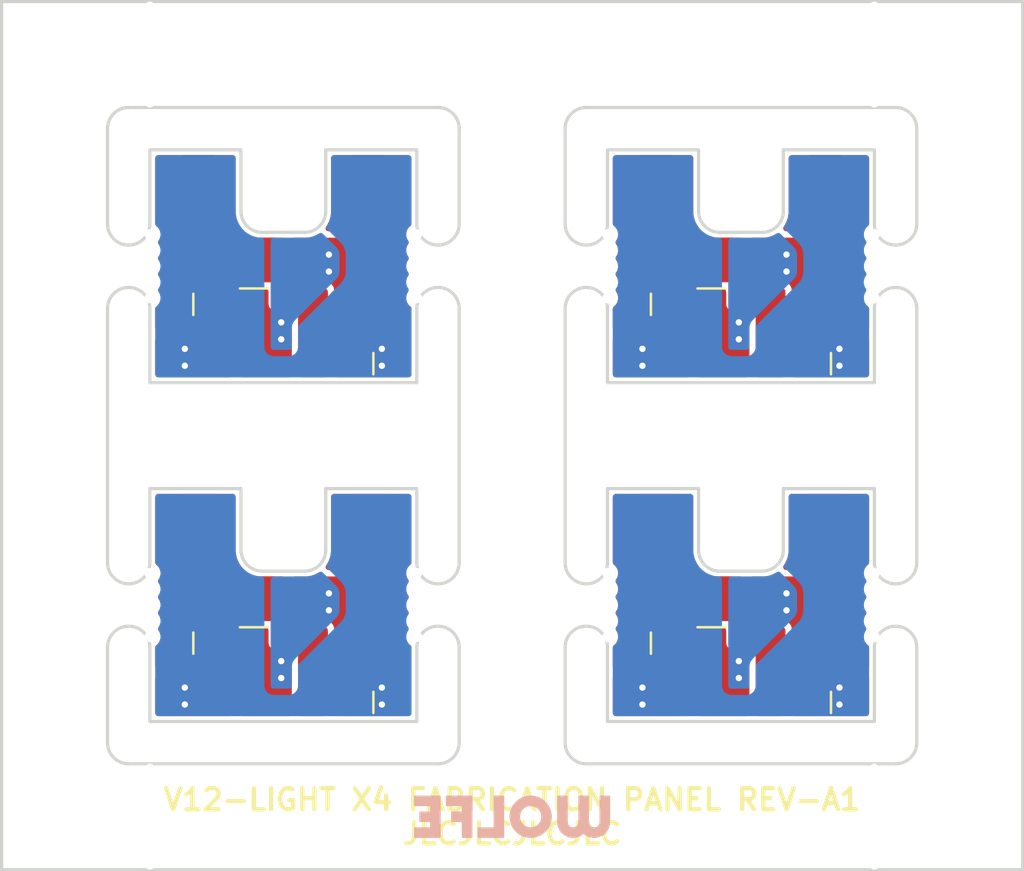
<source format=kicad_pcb>
(kicad_pcb (version 20221018) (generator pcbnew)
  (layers (0 "F.Cu" signal) (31 "B.Cu" signal) (34 "B.Paste" user) (35 "F.Paste" user) (36 "B.SilkS" user "B.Silkscreen") (37 "F.SilkS" user "F.Silkscreen") (38 "B.Mask" user) (39 "F.Mask" user) (44 "Edge.Cuts" user))
  (net 0 "")
  (net 1 "/PIN_A")
  (net 2 "Net-(D1-K)")
  (net 3 "Net-(D2-K)")
  (net 4 "/PIN_B")
  (net 5 "Net-(D1-A)")
  (footprint "Slonket_Mechanical:JLCPCB_Tooling_Hole" (layer "F.Cu") (at 128.1 111.95)
    (fp_text reference "REF**" hide)
    (fp_text value "JLCPCB_Tooling_Hole" hide)
  )
  (footprint "Slonket_Footprints:D_SOD-123F" (layer "F.Cu") (at 164 89.15 90)
    (fp_text reference "D3" hide)
    (fp_text value "SM4007PL" hide)
  )
  (footprint "Slonket_Mechanical:Mousebites_Tab_2mm_2mm" (layer "F.Cu") (at 131.600036 101.950001 90)
    (fp_text reference "REF**" hide)
    (fp_text value "Mousebites_Tab_2mm_2mm" hide)
    (fp_arc (start -2.000036 -1.000001) (mid -1.000018 -0.000002) (end -2.000036 0.999997) (stroke (width 0.15)) (layer "Edge.Cuts"))
    (fp_arc (start 2 0.999998) (mid 0.999982 0) (end 2 -1) (stroke (width 0.15)) (layer "Edge.Cuts"))
  )
  (footprint "Slonket_Footprints:R_1206" (layer "F.Cu") (at 136.45 85.8)
    (fp_text reference "R1" hide)
    (fp_text value "270" hide)
  )
  (footprint "Slonket_Footprints:R_1206" (layer "F.Cu") (at 136.45 101.8)
    (fp_text reference "R1" hide)
    (fp_text value "270" hide)
  )
  (footprint "Slonket_Footprints:J_Pad_1_Lego" (layer "F.Cu") (at 164.5 98.45 180)
    (fp_text reference "J2" hide)
    (fp_text value "PIN_B" hide)
  )
  (footprint "Slonket_Footprints:D_LED_4040" (layer "F.Cu") (at 138.9 105.4 180)
    (fp_text reference "D2" hide)
    (fp_text value "GREEN" hide)
  )
  (footprint "Slonket_Mechanical:Mousebites_Break_5mm" (layer "F.Cu") (at 166.8 75.95 90)
    (fp_text reference "REF**" hide)
    (fp_text value "Mousebites_Break_5mm" hide)
  )
  (footprint "Slonket_Footprints:J_Pad_1_Lego" (layer "F.Cu") (at 156.5 82.45 180)
    (fp_text reference "J1" hide)
    (fp_text value "PIN_A" hide)
  )
  (footprint "Slonket_Footprints:R_1206" (layer "F.Cu") (at 158.05 85.8)
    (fp_text reference "R1" hide)
    (fp_text value "270" hide)
  )
  (footprint "Slonket_Mechanical:JLCPCB_Tooling_Hole" (layer "F.Cu") (at 171.3 111.95)
    (fp_text reference "REF**" hide)
    (fp_text value "JLCPCB_Tooling_Hole" hide)
  )
  (footprint "Slonket_Mechanical:Mousebites_Tab_2mm_2mm" (layer "F.Cu") (at 153.200035 85.950038 90)
    (fp_text reference "REF**" hide)
    (fp_text value "Mousebites_Tab_2mm_2mm" hide)
    (fp_arc (start -2.000036 -1.000001) (mid -1.000018 -0.000002) (end -2.000036 0.999997) (stroke (width 0.15)) (layer "Edge.Cuts"))
    (fp_arc (start 2 0.999998) (mid 0.999982 0) (end 2 -1) (stroke (width 0.15)) (layer "Edge.Cuts"))
  )
  (footprint "Slonket_Footprints:D_SOD-123F" (layer "F.Cu") (at 157 89.15 -90)
    (fp_text reference "D1" hide)
    (fp_text value "SM4007PL" hide)
  )
  (footprint "Slonket_Footprints:R_1206" (layer "F.Cu") (at 158.05 101.8)
    (fp_text reference "R1" hide)
    (fp_text value "270" hide)
  )
  (footprint "Slonket_Footprints:D_SOD-123F" (layer "F.Cu") (at 157 105.15 -90)
    (fp_text reference "D1" hide)
    (fp_text value "SM4007PL" hide)
  )
  (footprint "Slonket_Footprints:J_Pad_1_Lego" (layer "F.Cu") (at 156.5 98.45 180)
    (fp_text reference "J1" hide)
    (fp_text value "PIN_A" hide)
  )
  (footprint "Slonket_Mechanical:Mousebites_Tab_2mm_2mm" (layer "F.Cu") (at 167.8 101.95 -90)
    (fp_text reference "REF**" hide)
    (fp_text value "Mousebites_Tab_2mm_2mm" hide)
    (fp_arc (start -2.000036 -1.000001) (mid -1.000018 -0.000002) (end -2.000036 0.999997) (stroke (width 0.15)) (layer "Edge.Cuts"))
    (fp_arc (start 2 0.999998) (mid 0.999982 0) (end 2 -1) (stroke (width 0.15)) (layer "Edge.Cuts"))
  )
  (footprint "Slonket_Mechanical:Mousebites_Break_5mm" (layer "F.Cu") (at 132.6 111.95 90)
    (fp_text reference "REF**" hide)
    (fp_text value "Mousebites_Break_5mm" hide)
  )
  (footprint "Slonket_Footprints:J_Pad_1_Lego" (layer "F.Cu") (at 142.9 82.45 180)
    (fp_text reference "J2" hide)
    (fp_text value "PIN_B" hide)
  )
  (footprint "Slonket_Footprints:R_1206" (layer "F.Cu") (at 162.95 85.8)
    (fp_text reference "R2" hide)
    (fp_text value "270" hide)
  )
  (footprint "Slonket_Footprints:D_LED_4040" (layer "F.Cu") (at 160.5 89.4 180)
    (fp_text reference "D2" hide)
    (fp_text value "GREEN" hide)
  )
  (footprint "Slonket_Footprints:J_Pad_1_Lego" (layer "F.Cu") (at 142.9 98.45 180)
    (fp_text reference "J2" hide)
    (fp_text value "PIN_B" hide)
  )
  (footprint "Slonket_Footprints:D_LED_4040" (layer "F.Cu") (at 138.9 89.4 180)
    (fp_text reference "D2" hide)
    (fp_text value "GREEN" hide)
  )
  (footprint "Slonket_Footprints:R_1206" (layer "F.Cu") (at 162.95 101.8)
    (fp_text reference "R2" hide)
    (fp_text value "270" hide)
  )
  (footprint "Slonket_Mechanical:Mousebites_Tab_2mm_2mm" (layer "F.Cu") (at 167.800035 85.950038 -90)
    (fp_text reference "REF**" hide)
    (fp_text value "Mousebites_Tab_2mm_2mm" hide)
    (fp_arc (start -2.000036 -1.000001) (mid -1.000018 -0.000002) (end -2.000036 0.999997) (stroke (width 0.15)) (layer "Edge.Cuts"))
    (fp_arc (start 2 0.999998) (mid 0.999982 0) (end 2 -1) (stroke (width 0.15)) (layer "Edge.Cuts"))
  )
  (footprint "Slonket_Footprints:J_Pad_1_Lego" (layer "F.Cu") (at 164.5 82.45 180)
    (fp_text reference "J2" hide)
    (fp_text value "PIN_B" hide)
  )
  (footprint "Slonket_Footprints:D_SOD-123F" (layer "F.Cu") (at 142.4 105.15 90)
    (fp_text reference "D3" hide)
    (fp_text value "SM4007PL" hide)
  )
  (footprint "Slonket_Footprints:J_Pad_1_Lego" (layer "F.Cu") (at 134.9 82.45 180)
    (fp_text reference "J1" hide)
    (fp_text value "PIN_A" hide)
  )
  (footprint "Slonket_Footprints:D_SOD-123F" (layer "F.Cu") (at 142.4 89.15 90)
    (fp_text reference "D3" hide)
    (fp_text value "SM4007PL" hide)
  )
  (footprint "Slonket_Footprints:D_LED_4040" (layer "F.Cu") (at 160.5 105.4 180)
    (fp_text reference "D2" hide)
    (fp_text value "GREEN" hide)
  )
  (footprint "Slonket_Footprints:R_1206" (layer "F.Cu") (at 141.35 85.8)
    (fp_text reference "R2" hide)
    (fp_text value "270" hide)
  )
  (footprint "Slonket_Footprints:J_Pad_1_Lego" (layer "F.Cu") (at 134.9 98.45 180)
    (fp_text reference "J1" hide)
    (fp_text value "PIN_A" hide)
  )
  (footprint "Slonket_Footprints:D_SOD-123F" (layer "F.Cu") (at 135.4 105.15 -90)
    (fp_text reference "D1" hide)
    (fp_text value "SM4007PL" hide)
  )
  (footprint "Slonket_Mechanical:Mousebites_Tab_2mm_2mm" (layer "F.Cu") (at 146.200036 85.950001 -90)
    (fp_text reference "REF**" hide)
    (fp_text value "Mousebites_Tab_2mm_2mm" hide)
    (fp_arc (start -2.000036 -1.000001) (mid -1.000018 -0.000002) (end -2.000036 0.999997) (stroke (width 0.15)) (layer "Edge.Cuts"))
    (fp_arc (start 2 0.999998) (mid 0.999982 0) (end 2 -1) (stroke (width 0.15)) (layer "Edge.Cuts"))
  )
  (footprint "Slonket_Footprints:R_1206" (layer "F.Cu") (at 141.35 101.8)
    (fp_text reference "R2" hide)
    (fp_text value "270" hide)
  )
  (footprint "Slonket_Mechanical:Mousebites_Tab_2mm_2mm" (layer "F.Cu") (at 131.600036 85.950001 90)
    (fp_text reference "REF**" hide)
    (fp_text value "Mousebites_Tab_2mm_2mm" hide)
    (fp_arc (start -2.000036 -1.000001) (mid -1.000018 -0.000002) (end -2.000036 0.999997) (stroke (width 0.15)) (layer "Edge.Cuts"))
    (fp_arc (start 2 0.999998) (mid 0.999982 0) (end 2 -1) (stroke (width 0.15)) (layer "Edge.Cuts"))
  )
  (footprint "Slonket_Mechanical:Mousebites_Break_5mm" (layer "F.Cu") (at 166.8 111.95 90)
    (fp_text reference "REF**" hide)
    (fp_text value "Mousebites_Break_5mm" hide)
  )
  (footprint "Slonket_Mechanical:JLCPCB_Tooling_Hole" (layer "F.Cu") (at 149.7 75.95)
    (fp_text reference "REF**" hide)
    (fp_text value "JLCPCB_Tooling_Hole" hide)
  )
  (footprint "Slonket_Footprints:D_SOD-123F" (layer "F.Cu") (at 135.4 89.15 -90)
    (fp_text reference "D1" hide)
    (fp_text value "SM4007PL" hide)
  )
  (footprint "Slonket_Mechanical:Mousebites_Tab_2mm_2mm" (layer "F.Cu") (at 146.200036 101.950001 -90)
    (fp_text reference "REF**" hide)
    (fp_text value "Mousebites_Tab_2mm_2mm" hide)
    (fp_arc (start -2.000036 -1.000001) (mid -1.000018 -0.000002) (end -2.000036 0.999997) (stroke (width 0.15)) (layer "Edge.Cuts"))
    (fp_arc (start 2 0.999998) (mid 0.999982 0) (end 2 -1) (stroke (width 0.15)) (layer "Edge.Cuts"))
  )
  (footprint "Slonket_Footprints:D_SOD-123F" (layer "F.Cu") (at 164 105.15 90)
    (fp_text reference "D3" hide)
    (fp_text value "SM4007PL" hide)
  )
  (footprint "Slonket_Mechanical:Mousebites_Tab_2mm_2mm" (layer "F.Cu") (at 153.2 101.95 90)
    (fp_text reference "REF**" hide)
    (fp_text value "Mousebites_Tab_2mm_2mm" hide)
    (fp_arc (start -2.000036 -1.000001) (mid -1.000018 -0.000002) (end -2.000036 0.999997) (stroke (width 0.15)) (layer "Edge.Cuts"))
    (fp_arc (start 2 0.999998) (mid 0.999982 0) (end 2 -1) (stroke (width 0.15)) (layer "Edge.Cuts"))
  )
  (footprint "Slonket_Mechanical:Mousebites_Break_5mm" (layer "F.Cu") (at 132.6 75.95 90)
    (fp_text reference "REF**" hide)
    (fp_text value "Mousebites_Break_5mm" hide)
  )
  (footprint "Slonket_Footprints:Logo_WOLFE_2mm" (layer "B.Cu") (at 149.7 111.95 180)
    (fp_text reference "REF**" hide)
    (fp_text value "Logo_WOLFE_2mm" hide)
  )
  (gr_line locked (start 132.600036 80.450001) (end 132.600034 83.950001) (stroke (width 0.15)) (layer "Edge.Cuts"))
  (gr_line locked (start 154.200035 91.450038) (end 154.200032 87.950074) (stroke (width 0.15)) (layer "Edge.Cuts"))
  (gr_arc locked (start 137.900036 100.350001) (mid 137.192911 100.057126) (end 136.900036 99.350001) (stroke (width 0.15)) (layer "Edge.Cuts"))
  (gr_line locked (start 166.8 96.45) (end 162.5 96.45) (stroke (width 0.15)) (layer "Edge.Cuts"))
  (gr_line locked (start 136.900036 80.450001) (end 136.900036 83.350001) (stroke (width 0.15)) (layer "Edge.Cuts"))
  (gr_line locked (start 152.2 99.95) (end 152.200034 87.950074) (stroke (width 0.15)) (layer "Edge.Cuts"))
  (gr_line locked (start 154.200035 80.450038) (end 154.200033 83.950038) (stroke (width 0.15)) (layer "Edge.Cuts"))
  (gr_line locked (start 130.600035 103.950037) (end 130.600036 108.450001) (stroke (width 0.15)) (layer "Edge.Cuts"))
  (gr_line locked (start 154.2 96.45) (end 158.5 96.45) (stroke (width 0.15)) (layer "Edge.Cuts"))
  (gr_line locked (start 168.8 103.95) (end 168.8 108.450001) (stroke (width 0.15)) (layer "Edge.Cuts"))
  (gr_line locked (start 166.800038 83.950002) (end 166.800035 80.450038) (stroke (width 0.15)) (layer "Edge.Cuts"))
  (gr_arc locked (start 153.2 109.45) (mid 152.492893 109.157107) (end 152.2 108.45) (stroke (width 0.15)) (layer "Edge.Cuts"))
  (gr_line locked (start 166.800035 80.450038) (end 162.500035 80.450038) (stroke (width 0.15)) (layer "Edge.Cuts"))
  (gr_line locked (start 166.8 107.45) (end 166.800002 103.95) (stroke (width 0.15)) (layer "Edge.Cuts"))
  (gr_line locked (start 132.600036 96.450001) (end 136.900036 96.450001) (stroke (width 0.15)) (layer "Edge.Cuts"))
  (gr_line locked (start 154.200035 91.450038) (end 166.800035 91.450038) (stroke (width 0.15)) (layer "Edge.Cuts"))
  (gr_line locked (start 130.600036 83.950001) (end 130.600036 79.450001) (stroke (width 0.15)) (layer "Edge.Cuts"))
  (gr_line locked (start 159.500035 84.350038) (end 161.500035 84.350038) (stroke (width 0.15)) (layer "Edge.Cuts"))
  (gr_arc locked (start 146.200036 78.450001) (mid 146.907125 78.742912) (end 147.200036 79.450001) (stroke (width 0.15)) (layer "Edge.Cuts"))
  (gr_arc locked (start 159.5 100.35) (mid 158.792893 100.057107) (end 158.5 99.35) (stroke (width 0.15)) (layer "Edge.Cuts"))
  (gr_line locked (start 145.200036 80.450001) (end 140.900036 80.450001) (stroke (width 0.15)) (layer "Edge.Cuts"))
  (gr_line locked (start 158.500035 80.450038) (end 158.500035 83.350038) (stroke (width 0.15)) (layer "Edge.Cuts"))
  (gr_arc locked (start 131.600036 109.450001) (mid 130.892911 109.157126) (end 130.600036 108.450001) (stroke (width 0.15)) (layer "Edge.Cuts"))
  (gr_line locked (start 132.600036 80.450001) (end 136.900036 80.450001) (stroke (width 0.15)) (layer "Edge.Cuts"))
  (gr_line locked (start 158.5 96.45) (end 158.5 99.35) (stroke (width 0.15)) (layer "Edge.Cuts"))
  (gr_arc locked (start 159.500035 84.350038) (mid 158.792903 84.05717) (end 158.500035 83.350038) (stroke (width 0.15)) (layer "Edge.Cuts"))
  (gr_line locked (start 166.800003 99.949964) (end 166.8 96.45) (stroke (width 0.15)) (layer "Edge.Cuts"))
  (gr_line locked (start 132.600036 91.450001) (end 132.600033 87.950037) (stroke (width 0.15)) (layer "Edge.Cuts"))
  (gr_arc locked (start 137.900036 84.350001) (mid 137.192911 84.057126) (end 136.900036 83.350001) (stroke (width 0.15)) (layer "Edge.Cuts"))
  (gr_arc locked (start 147.200036 108.450002) (mid 146.907149 109.157115) (end 146.200036 109.450001) (stroke (width 0.15)) (layer "Edge.Cuts"))
  (gr_line locked (start 162.5 99.35) (end 162.5 96.45) (stroke (width 0.15)) (layer "Edge.Cuts"))
  (gr_line locked (start 140.900036 83.350001) (end 140.900036 80.450001) (stroke (width 0.15)) (layer "Edge.Cuts"))
  (gr_arc locked (start 130.600036 79.450001) (mid 130.892936 78.742901) (end 131.600036 78.450001) (stroke (width 0.15)) (layer "Edge.Cuts"))
  (gr_line locked (start 154.2 107.45) (end 154.199997 103.950036) (stroke (width 0.15)) (layer "Edge.Cuts"))
  (gr_arc locked (start 162.5 99.35) (mid 162.207107 100.057107) (end 161.5 100.35) (stroke (width 0.15)) (layer "Edge.Cuts"))
  (gr_line locked (start 145.200039 99.949965) (end 145.200036 96.450001) (stroke (width 0.15)) (layer "Edge.Cuts"))
  (gr_line locked (start 132.600036 107.450001) (end 145.200036 107.450001) (stroke (width 0.15)) (layer "Edge.Cuts"))
  (gr_line locked (start 168.800035 87.950038) (end 168.800001 99.949964) (stroke (width 0.15)) (layer "Edge.Cuts"))
  (gr_line locked (start 167.8 109.45) (end 153.2 109.45) (stroke (width 0.15)) (layer "Edge.Cuts"))
  (gr_line locked (start 137.900036 100.350001) (end 139.900036 100.350001) (stroke (width 0.15)) (layer "Edge.Cuts"))
  (gr_arc locked (start 140.900036 83.350001) (mid 140.60715 84.057115) (end 139.900036 84.350001) (stroke (width 0.15)) (layer "Edge.Cuts"))
  (gr_line locked (start 145.200036 91.450001) (end 145.200038 87.950001) (stroke (width 0.15)) (layer "Edge.Cuts"))
  (gr_line locked (start 154.200035 80.450038) (end 158.500035 80.450038) (stroke (width 0.15)) (layer "Edge.Cuts"))
  (gr_line locked (start 153.200035 78.450038) (end 167.800035 78.450038) (stroke (width 0.15)) (layer "Edge.Cuts"))
  (gr_line locked (start 140.900036 99.350001) (end 140.900036 96.450001) (stroke (width 0.15)) (layer "Edge.Cuts"))
  (gr_arc locked (start 167.800035 78.450038) (mid 168.507117 78.742956) (end 168.800035 79.450038) (stroke (width 0.15)) (layer "Edge.Cuts"))
  (gr_arc locked (start 162.500035 83.350038) (mid 162.20713 84.057133) (end 161.500035 84.350038) (stroke (width 0.15)) (layer "Edge.Cuts"))
  (gr_line locked (start 137.900036 84.350001) (end 139.900036 84.350001) (stroke (width 0.15)) (layer "Edge.Cuts"))
  (gr_line locked (start 145.200036 107.450001) (end 145.200038 103.950001) (stroke (width 0.15)) (layer "Edge.Cuts"))
  (gr_line locked (start 154.2 107.45) (end 166.8 107.45) (stroke (width 0.15)) (layer "Edge.Cuts"))
  (gr_line locked (start 152.199999 103.950036) (end 152.2 108.45) (stroke (width 0.15)) (layer "Edge.Cuts"))
  (gr_arc locked (start 152.200035 79.450038) (mid 152.492917 78.74292) (end 153.200035 78.450038) (stroke (width 0.15)) (layer "Edge.Cuts"))
  (gr_line locked (start 162.500035 83.350038) (end 162.500035 80.450038) (stroke (width 0.15)) (layer "Edge.Cuts"))
  (gr_line locked (start 136.900036 96.450001) (end 136.900036 99.350001) (stroke (width 0.15)) (layer "Edge.Cuts"))
  (gr_line locked (start 145.200036 96.450001) (end 140.900036 96.450001) (stroke (width 0.15)) (layer "Edge.Cuts"))
  (gr_line locked (start 131.600036 78.450001) (end 146.200036 78.450001) (stroke (width 0.15)) (layer "Edge.Cuts"))
  (gr_rect locked (start 125.6 73.45) (end 173.8 114.45) (stroke (width 0.15)) (fill none) (layer "Edge.Cuts"))
  (gr_line locked (start 130.600035 87.950037) (end 130.600036 99.950001) (stroke (width 0.15)) (layer "Edge.Cuts"))
  (gr_line locked (start 159.5 100.35) (end 161.5 100.35) (stroke (width 0.15)) (layer "Edge.Cuts"))
  (gr_line locked (start 147.200036 103.950001) (end 147.200036 108.450002) (stroke (width 0.15)) (layer "Edge.Cuts"))
  (gr_line locked (start 132.600036 107.450001) (end 132.600033 103.950037) (stroke (width 0.15)) (layer "Edge.Cuts"))
  (gr_line locked (start 132.600036 96.450001) (end 132.600034 99.950001) (stroke (width 0.15)) (layer "Edge.Cuts"))
  (gr_line locked (start 147.200036 87.950001) (end 147.200037 99.949965) (stroke (width 0.15)) (layer "Edge.Cuts"))
  (gr_line locked (start 168.800036 83.950002) (end 168.800035 79.450038) (stroke (width 0.15)) (layer "Edge.Cuts"))
  (gr_line locked (start 132.600036 91.450001) (end 145.200036 91.450001) (stroke (width 0.15)) (layer "Edge.Cuts"))
  (gr_line locked (start 147.200037 83.949965) (end 147.200036 79.450001) (stroke (width 0.15)) (layer "Edge.Cuts"))
  (gr_line locked (start 154.2 96.45) (end 154.199998 99.95) (stroke (width 0.15)) (layer "Edge.Cuts"))
  (gr_arc locked (start 140.900036 99.350001) (mid 140.60715 100.057115) (end 139.900036 100.350001) (stroke (width 0.15)) (layer "Edge.Cuts"))
  (gr_line locked (start 145.200039 83.949965) (end 145.200036 80.450001) (stroke (width 0.15)) (layer "Edge.Cuts"))
  (gr_line locked (start 166.800035 91.450038) (end 166.800037 87.950038) (stroke (width 0.15)) (layer "Edge.Cuts"))
  (gr_line locked (start 146.200036 109.450001) (end 131.600036 109.450001) (stroke (width 0.15)) (layer "Edge.Cuts"))
  (gr_arc locked (start 168.8 108.450001) (mid 168.507106 109.157107) (end 167.8 109.45) (stroke (width 0.15)) (layer "Edge.Cuts"))
  (gr_line locked (start 152.200035 83.950038) (end 152.200035 79.450038) (stroke (width 0.15)) (layer "Edge.Cuts"))
  (gr_text locked "V12-LIGHT X4 FABRICATION PANEL REV-A1\nJLCJLCJLCJLC" (at 149.7 111.95) (layer "F.SilkS") (effects (font (size 1 1) (thickness 0.2))))
  (arc (start 135.95 100.1) (mid 135.525736 100.275736) (end 135.35 100.7) (width 0.4) (layer "F.Cu") (net 1))
  (arc (start 135.95 84.1) (mid 135.525736 84.275736) (end 135.35 84.7) (width 0.4) (layer "F.Cu") (net 1))
  (arc (start 157.55 100.1) (mid 157.125736 100.275736) (end 156.95 100.7) (width 0.4) (layer "F.Cu") (net 1))
  (arc (start 157.55 84.1) (mid 157.125736 84.275736) (end 156.95 84.7) (width 0.4) (layer "F.Cu") (net 1))
  (arc (start 135.55 87.2) (mid 135.903553 87.053553) (end 136.05 86.7) (width 0.4) (layer "F.Cu") (net 2))
  (arc (start 157.15 103.2) (mid 157.503553 103.053553) (end 157.65 102.7) (width 0.4) (layer "F.Cu") (net 2))
  (arc (start 138.8 86.7) (mid 138.946447 87.053553) (end 139.3 87.2) (width 0.4) (layer "F.Cu") (net 2))
  (arc (start 157.15 87.2) (mid 157.503553 87.053553) (end 157.65 86.7) (width 0.4) (layer "F.Cu") (net 2))
  (arc (start 161.4 104.2) (mid 161.224264 103.775736) (end 160.8 103.6) (width 0.4) (layer "F.Cu") (net 2))
  (arc (start 161.4 88.2) (mid 161.224264 87.775736) (end 160.8 87.6) (width 0.4) (layer "F.Cu") (net 2))
  (arc (start 138.8 102.7) (mid 138.946447 103.053553) (end 139.3 103.2) (width 0.4) (layer "F.Cu") (net 2))
  (arc (start 136.9 102.5) (mid 136.475736 102.675736) (end 136.3 103.1) (width 0.4) (layer "F.Cu") (net 2))
  (arc (start 158.5 102.5) (mid 158.075736 102.675736) (end 157.9 103.1) (width 0.4) (layer "F.Cu") (net 2))
  (arc (start 160.4 86.7) (mid 160.546447 87.053553) (end 160.9 87.2) (width 0.4) (layer "F.Cu") (net 2))
  (arc (start 139.8 88.2) (mid 139.624264 87.775736) (end 139.2 87.6) (width 0.4) (layer "F.Cu") (net 2))
  (arc (start 158.5 86.5) (mid 158.075736 86.675736) (end 157.9 87.1) (width 0.4) (layer "F.Cu") (net 2))
  (arc (start 139.8 104.2) (mid 139.624264 103.775736) (end 139.2 103.6) (width 0.4) (layer "F.Cu") (net 2))
  (arc (start 135.55 103.2) (mid 135.903553 103.053553) (end 136.05 102.7) (width 0.4) (layer "F.Cu") (net 2))
  (arc (start 136.9 86.5) (mid 136.475736 86.675736) (end 136.3 87.1) (width 0.4) (layer "F.Cu") (net 2))
  (arc (start 160.4 102.7) (mid 160.546447 103.053553) (end 160.9 103.2) (width 0.4) (layer "F.Cu") (net 2))
  (via (at 138.8 105.4) (size 0.6) (drill 0.3) (layers "F.Cu" "B.Cu") (net 3))
  (via (at 138.8 88.6) (size 0.6) (drill 0.3) (layers "F.Cu" "B.Cu") (net 3))
  (via (at 141.05 86.2) (size 0.6) (drill 0.3) (layers "F.Cu" "B.Cu") (net 3))
  (via (at 138.8 104.6) (size 0.6) (drill 0.3) (layers "F.Cu" "B.Cu") (net 3))
  (via (at 160.4 104.6) (size 0.6) (drill 0.3) (layers "F.Cu" "B.Cu") (net 3))
  (via (at 162.65 102.2) (size 0.6) (drill 0.3) (layers "F.Cu" "B.Cu") (net 3))
  (via (at 141.05 85.4) (size 0.6) (drill 0.3) (layers "F.Cu" "B.Cu") (net 3))
  (via (at 162.65 86.2) (size 0.6) (drill 0.3) (layers "F.Cu" "B.Cu") (net 3))
  (via (at 162.65 101.4) (size 0.6) (drill 0.3) (layers "F.Cu" "B.Cu") (net 3))
  (via (at 160.4 88.6) (size 0.6) (drill 0.3) (layers "F.Cu" "B.Cu") (net 3))
  (via (at 162.65 85.4) (size 0.6) (drill 0.3) (layers "F.Cu" "B.Cu") (net 3))
  (via (at 141.05 101.4) (size 0.6) (drill 0.3) (layers "F.Cu" "B.Cu") (net 3))
  (via (at 138.8 89.4) (size 0.6) (drill 0.3) (layers "F.Cu" "B.Cu") (net 3))
  (via (at 141.05 102.2) (size 0.6) (drill 0.3) (layers "F.Cu" "B.Cu") (net 3))
  (via (at 160.4 105.4) (size 0.6) (drill 0.3) (layers "F.Cu" "B.Cu") (net 3))
  (via (at 160.4 89.4) (size 0.6) (drill 0.3) (layers "F.Cu" "B.Cu") (net 3))
  (arc (start 163.35 102.7) (mid 163.496447 103.053553) (end 163.85 103.2) (width 0.4) (layer "F.Cu") (net 3))
  (arc (start 159.6 103.7) (mid 159.775736 104.124264) (end 160.2 104.3) (width 0.4) (layer "F.Cu") (net 3))
  (arc (start 163.1 87.1) (mid 162.924264 86.675736) (end 162.5 86.5) (width 0.4) (layer "F.Cu") (net 3))
  (arc (start 138 103.7) (mid 138.175736 104.124264) (end 138.6 104.3) (width 0.4) (layer "F.Cu") (net 3))
  (arc (start 141.75 86.7) (mid 141.896447 87.053553) (end 142.25 87.2) (width 0.4) (layer "F.Cu") (net 3))
  (arc (start 163.1 103.1) (mid 162.924264 102.675736) (end 162.5 102.5) (width 0.4) (layer "F.Cu") (net 3))
  (arc (start 141.5 103.1) (mid 141.324264 102.675736) (end 140.9 102.5) (width 0.4) (layer "F.Cu") (net 3))
  (arc (start 138 87.7) (mid 138.175736 88.124264) (end 138.6 88.3) (width 0.4) (layer "F.Cu") (net 3))
  (arc (start 141.75 102.7) (mid 141.896447 103.053553) (end 142.25 103.2) (width 0.4) (layer "F.Cu") (net 3))
  (arc (start 141.5 87.1) (mid 141.324264 86.675736) (end 140.9 86.5) (width 0.4) (layer "F.Cu") (net 3))
  (arc (start 159.6 87.7) (mid 159.775736 88.124264) (end 160.2 88.3) (width 0.4) (layer "F.Cu") (net 3))
  (arc (start 163.35 86.7) (mid 163.496447 87.053553) (end 163.85 87.2) (width 0.4) (layer "F.Cu") (net 3))
  (arc (start 164.05 100.7) (mid 163.874264 100.275736) (end 163.45 100.1) (width 0.4) (layer "F.Cu") (net 4))
  (arc (start 142.45 100.7) (mid 142.274264 100.275736) (end 141.85 100.1) (width 0.4) (layer "F.Cu") (net 4))
  (arc (start 164.05 84.7) (mid 163.874264 84.275736) (end 163.45 84.1) (width 0.4) (layer "F.Cu") (net 4))
  (arc (start 142.45 84.7) (mid 142.274264 84.275736) (end 141.85 84.1) (width 0.4) (layer "F.Cu") (net 4))
  (via (at 165.15 105.85) (size 0.6) (drill 0.3) (layers "F.Cu" "B.Cu") (net 5))
  (via (at 155.85 90.65) (size 0.6) (drill 0.3) (layers "F.Cu" "B.Cu") (net 5))
  (via (at 143.55 105.85) (size 0.6) (drill 0.3) (layers "F.Cu" "B.Cu") (net 5))
  (via (at 134.25 105.85) (size 0.6) (drill 0.3) (layers "F.Cu" "B.Cu") (net 5))
  (via (at 143.55 106.65) (size 0.6) (drill 0.3) (layers "F.Cu" "B.Cu") (net 5))
  (via (at 134.25 90.65) (size 0.6) (drill 0.3) (layers "F.Cu" "B.Cu") (net 5))
  (via (at 165.15 106.65) (size 0.6) (drill 0.3) (layers "F.Cu" "B.Cu") (net 5))
  (via (at 155.85 89.85) (size 0.6) (drill 0.3) (layers "F.Cu" "B.Cu") (net 5))
  (via (at 143.55 89.85) (size 0.6) (drill 0.3) (layers "F.Cu" "B.Cu") (net 5))
  (via (at 155.85 106.65) (size 0.6) (drill 0.3) (layers "F.Cu" "B.Cu") (net 5))
  (via (at 165.15 90.65) (size 0.6) (drill 0.3) (layers "F.Cu" "B.Cu") (net 5))
  (via (at 134.25 106.65) (size 0.6) (drill 0.3) (layers "F.Cu" "B.Cu") (net 5))
  (via (at 165.15 89.85) (size 0.6) (drill 0.3) (layers "F.Cu" "B.Cu") (net 5))
  (via (at 143.55 90.65) (size 0.6) (drill 0.3) (layers "F.Cu" "B.Cu") (net 5))
  (via (at 155.85 105.85) (size 0.6) (drill 0.3) (layers "F.Cu" "B.Cu") (net 5))
  (via (at 134.25 89.85) (size 0.6) (drill 0.3) (layers "F.Cu" "B.Cu") (net 5))
  (zone (net 2) (net_name "Net-(D1-K)") (layer "F.Cu") (priority 2) (connect_pads yes (clearance 0.19)) (min_thickness 0.29) (fill yes (thermal_gap 0.5) (thermal_bridge_width 0.5) (smoothing fillet) (radius 0.1))
    (polygon (pts (xy 160.1 100.6) (xy 157.45 100.6) (xy 157.45 103) (xy 154.2 103) (xy 154.2 105) (xy 158.1 105) (xy 158.1 102.7) (xy 160.1 102.7)))
  )
  (zone (net 1) (net_name "/PIN_A") (layer "F.Cu") (priority 2) (connect_pads yes (clearance 0.19)) (min_thickness 0.29) (fill yes (thermal_gap 0.5) (thermal_bridge_width 0.5) (smoothing fillet) (radius 0.1))
    (polygon (pts (xy 154.2 86.7) (xy 157.15 86.7) (xy 157.15 84.3) (xy 159.2 84.3) (xy 158.5 83.35) (xy 158.5 80.45) (xy 154.2 80.45)))
  )
  (zone (net 1) (net_name "/PIN_A") (layer "F.Cu") (priority 2) (connect_pads yes (clearance 0.19)) (min_thickness 0.29) (fill yes (thermal_gap 0.5) (thermal_bridge_width 0.5) (smoothing fillet) (radius 0.1))
    (polygon (pts (xy 154.2 102.7) (xy 157.15 102.7) (xy 157.15 100.3) (xy 159.2 100.3) (xy 158.5 99.35) (xy 158.5 96.45) (xy 154.2 96.45)))
  )
  (zone (net 3) (net_name "Net-(D2-K)") (layer "F.Cu") (priority 2) (connect_pads yes (clearance 0.19)) (min_thickness 0.29) (fill yes (thermal_gap 0.5) (thermal_bridge_width 0.5) (smoothing fillet) (radius 0.1))
    (polygon (pts (xy 160.9 100.6) (xy 163.55 100.6) (xy 163.55 103) (xy 166.8 103) (xy 166.8 105) (xy 162.9 105) (xy 162.9 102.7) (xy 160.9 102.7)))
  )
  (zone (net 4) (net_name "/PIN_B") (layer "F.Cu") (priority 2) (connect_pads yes (clearance 0.19)) (min_thickness 0.29) (fill yes (thermal_gap 0.5) (thermal_bridge_width 0.5) (smoothing fillet) (radius 0.1))
    (polygon (pts (xy 166.8 102.7) (xy 163.85 102.7) (xy 163.85 100.3) (xy 161.8 100.3) (xy 162.5 99.35) (xy 162.5 96.45) (xy 166.8 96.45)))
  )
  (zone (net 3) (net_name "Net-(D2-K)") (layer "F.Cu") (priority 2) (connect_pads yes (clearance 0.19)) (min_thickness 0.29) (fill yes (thermal_gap 0.5) (thermal_bridge_width 0.5) (smoothing fillet) (radius 0.1))
    (polygon (pts (xy 136.8 87) (xy 138.2 87) (xy 138.2 88.1) (xy 139.3 88.1) (xy 139.3 91.45) (xy 136.8 91.45)))
  )
  (zone (net 4) (net_name "/PIN_B") (layer "F.Cu") (priority 2) (connect_pads yes (clearance 0.19)) (min_thickness 0.29) (fill yes (thermal_gap 0.5) (thermal_bridge_width 0.5) (smoothing fillet) (radius 0.1))
    (polygon (pts (xy 145.2 102.7) (xy 142.25 102.7) (xy 142.25 100.3) (xy 140.2 100.3) (xy 140.9 99.35) (xy 140.9 96.45) (xy 145.2 96.45)))
  )
  (zone (net 1) (net_name "/PIN_A") (layer "F.Cu") (priority 2) (connect_pads yes (clearance 0.19)) (min_thickness 0.29) (fill yes (thermal_gap 0.5) (thermal_bridge_width 0.5) (smoothing fillet) (radius 0.1))
    (polygon (pts (xy 132.6 102.7) (xy 135.55 102.7) (xy 135.55 100.3) (xy 137.6 100.3) (xy 136.9 99.35) (xy 136.9 96.45) (xy 132.6 96.45)))
  )
  (zone (net 2) (net_name "Net-(D1-K)") (layer "F.Cu") (priority 2) (connect_pads yes (clearance 0.19)) (min_thickness 0.29) (fill yes (thermal_gap 0.5) (thermal_bridge_width 0.5) (smoothing fillet) (radius 0.1))
    (polygon (pts (xy 137.35 84.6) (xy 139 84.6) (xy 139 87) (xy 141 87) (xy 141 91.45) (xy 139.6 91.45) (xy 139.6 87.8) (xy 138.5 87.8) (xy 138.5 86.7) (xy 137.35 86.7)))
  )
  (zone (net 3) (net_name "Net-(D2-K)") (layer "F.Cu") (priority 2) (connect_pads yes (clearance 0.19)) (min_thickness 0.29) (fill yes (thermal_gap 0.5) (thermal_bridge_width 0.5) (smoothing fillet) (radius 0.1))
    (polygon (pts (xy 136.8 103) (xy 138.2 103) (xy 138.2 104.1) (xy 139.3 104.1) (xy 139.3 107.45) (xy 136.8 107.45)))
  )
  (zone (net 2) (net_name "Net-(D1-K)") (layer "F.Cu") (priority 2) (connect_pads yes (clearance 0.19)) (min_thickness 0.29) (fill yes (thermal_gap 0.5) (thermal_bridge_width 0.5) (smoothing fillet) (radius 0.1))
    (polygon (pts (xy 138.5 84.6) (xy 135.85 84.6) (xy 135.85 87) (xy 132.6 87) (xy 132.6 89) (xy 136.5 89) (xy 136.5 86.7) (xy 138.5 86.7)))
  )
  (zone (net 1) (net_name "/PIN_A") (layer "F.Cu") (priority 2) (connect_pads yes (clearance 0.19)) (min_thickness 0.29) (fill yes (thermal_gap 0.5) (thermal_bridge_width 0.5) (smoothing fillet) (radius 0.1))
    (polygon (pts (xy 132.6 86.7) (xy 135.55 86.7) (xy 135.55 84.3) (xy 137.6 84.3) (xy 136.9 83.35) (xy 136.9 80.45) (xy 132.6 80.45)))
  )
  (zone (net 3) (net_name "Net-(D2-K)") (layer "F.Cu") (priority 2) (connect_pads yes (clearance 0.19)) (min_thickness 0.29) (fill yes (thermal_gap 0.5) (thermal_bridge_width 0.5) (smoothing fillet) (radius 0.1))
    (polygon (pts (xy 158.4 87) (xy 159.8 87) (xy 159.8 88.1) (xy 160.9 88.1) (xy 160.9 91.45) (xy 158.4 91.45)))
  )
  (zone (net 3) (net_name "Net-(D2-K)") (layer "F.Cu") (priority 2) (connect_pads yes (clearance 0.19)) (min_thickness 0.29) (fill yes (thermal_gap 0.5) (thermal_bridge_width 0.5) (smoothing fillet) (radius 0.1))
    (polygon (pts (xy 158.4 103) (xy 159.8 103) (xy 159.8 104.1) (xy 160.9 104.1) (xy 160.9 107.45) (xy 158.4 107.45)))
  )
  (zone (net 5) (net_name "Net-(D1-A)") (layer "F.Cu") (priority 2) (connect_pads yes (clearance 0.19)) (min_thickness 0.29) (fill yes (thermal_gap 0.5) (thermal_bridge_width 0.5) (smoothing fillet) (radius 0.1))
    (polygon (pts (xy 132.6 107.45) (xy 132.6 105.3) (xy 136.5 105.3) (xy 136.5 107.45)))
  )
  (zone (net 4) (net_name "/PIN_B") (layer "F.Cu") (priority 2) (connect_pads yes (clearance 0.19)) (min_thickness 0.29) (fill yes (thermal_gap 0.5) (thermal_bridge_width 0.5) (smoothing fillet) (radius 0.1))
    (polygon (pts (xy 145.2 86.7) (xy 142.25 86.7) (xy 142.25 84.3) (xy 140.2 84.3) (xy 140.9 83.35) (xy 140.9 80.45) (xy 145.2 80.45)))
  )
  (zone (net 5) (net_name "Net-(D1-A)") (layer "F.Cu") (priority 2) (connect_pads yes (clearance 0.19)) (min_thickness 0.29) (fill yes (thermal_gap 0.5) (thermal_bridge_width 0.5) (smoothing fillet) (radius 0.1))
    (polygon (pts (xy 162.9 107.45) (xy 162.9 105.3) (xy 166.8 105.3) (xy 166.8 107.45)))
  )
  (zone (net 5) (net_name "Net-(D1-A)") (layer "F.Cu") (priority 2) (connect_pads yes (clearance 0.19)) (min_thickness 0.29) (fill yes (thermal_gap 0.5) (thermal_bridge_width 0.5) (smoothing fillet) (radius 0.1))
    (polygon (pts (xy 132.6 91.45) (xy 132.6 89.3) (xy 136.5 89.3) (xy 136.5 91.45)))
  )
  (zone (net 3) (net_name "Net-(D2-K)") (layer "F.Cu") (priority 2) (connect_pads yes (clearance 0.19)) (min_thickness 0.29) (fill yes (thermal_gap 0.5) (thermal_bridge_width 0.5) (smoothing fillet) (radius 0.1))
    (polygon (pts (xy 139.3 100.6) (xy 141.95 100.6) (xy 141.95 103) (xy 145.2 103) (xy 145.2 105) (xy 141.3 105) (xy 141.3 102.7) (xy 139.3 102.7)))
  )
  (zone (net 2) (net_name "Net-(D1-K)") (layer "F.Cu") (priority 2) (connect_pads yes (clearance 0.19)) (min_thickness 0.29) (fill yes (thermal_gap 0.5) (thermal_bridge_width 0.5) (smoothing fillet) (radius 0.1))
    (polygon (pts (xy 158.95 100.6) (xy 160.6 100.6) (xy 160.6 103) (xy 162.6 103) (xy 162.6 107.45) (xy 161.2 107.45) (xy 161.2 103.8) (xy 160.1 103.8) (xy 160.1 102.7) (xy 158.95 102.7)))
  )
  (zone (net 5) (net_name "Net-(D1-A)") (layer "F.Cu") (priority 2) (connect_pads yes (clearance 0.19)) (min_thickness 0.29) (fill yes (thermal_gap 0.5) (thermal_bridge_width 0.5) (smoothing fillet) (radius 0.1))
    (polygon (pts (xy 154.2 107.45) (xy 154.2 105.3) (xy 158.1 105.3) (xy 158.1 107.45)))
  )
  (zone (net 5) (net_name "Net-(D1-A)") (layer "F.Cu") (priority 2) (connect_pads yes (clearance 0.19)) (min_thickness 0.29) (fill yes (thermal_gap 0.5) (thermal_bridge_width 0.5) (smoothing fillet) (radius 0.1))
    (polygon (pts (xy 141.3 91.45) (xy 141.3 89.3) (xy 145.2 89.3) (xy 145.2 91.45)))
  )
  (zone (net 2) (net_name "Net-(D1-K)") (layer "F.Cu") (priority 2) (connect_pads yes (clearance 0.19)) (min_thickness 0.29) (fill yes (thermal_gap 0.5) (thermal_bridge_width 0.5) (smoothing fillet) (radius 0.1))
    (polygon (pts (xy 158.95 84.6) (xy 160.6 84.6) (xy 160.6 87) (xy 162.6 87) (xy 162.6 91.45) (xy 161.2 91.45) (xy 161.2 87.8) (xy 160.1 87.8) (xy 160.1 86.7) (xy 158.95 86.7)))
  )
  (zone (net 3) (net_name "Net-(D2-K)") (layer "F.Cu") (priority 2) (connect_pads yes (clearance 0.19)) (min_thickness 0.29) (fill yes (thermal_gap 0.5) (thermal_bridge_width 0.5) (smoothing fillet) (radius 0.1))
    (polygon (pts (xy 139.3 84.6) (xy 141.95 84.6) (xy 141.95 87) (xy 145.2 87) (xy 145.2 89) (xy 141.3 89) (xy 141.3 86.7) (xy 139.3 86.7)))
  )
  (zone (net 5) (net_name "Net-(D1-A)") (layer "F.Cu") (priority 2) (connect_pads yes (clearance 0.19)) (min_thickness 0.29) (fill yes (thermal_gap 0.5) (thermal_bridge_width 0.5) (smoothing fillet) (radius 0.1))
    (polygon (pts (xy 141.3 107.45) (xy 141.3 105.3) (xy 145.2 105.3) (xy 145.2 107.45)))
  )
  (zone (net 3) (net_name "Net-(D2-K)") (layer "F.Cu") (priority 2) (connect_pads yes (clearance 0.19)) (min_thickness 0.29) (fill yes (thermal_gap 0.5) (thermal_bridge_width 0.5) (smoothing fillet) (radius 0.1))
    (polygon (pts (xy 160.9 84.6) (xy 163.55 84.6) (xy 163.55 87) (xy 166.8 87) (xy 166.8 89) (xy 162.9 89) (xy 162.9 86.7) (xy 160.9 86.7)))
  )
  (zone (net 2) (net_name "Net-(D1-K)") (layer "F.Cu") (priority 2) (connect_pads yes (clearance 0.19)) (min_thickness 0.29) (fill yes (thermal_gap 0.5) (thermal_bridge_width 0.5) (smoothing fillet) (radius 0.1))
    (polygon (pts (xy 160.1 84.6) (xy 157.45 84.6) (xy 157.45 87) (xy 154.2 87) (xy 154.2 89) (xy 158.1 89) (xy 158.1 86.7) (xy 160.1 86.7)))
  )
  (zone (net 5) (net_name "Net-(D1-A)") (layer "F.Cu") (priority 2) (connect_pads yes (clearance 0.19)) (min_thickness 0.29) (fill yes (thermal_gap 0.5) (thermal_bridge_width 0.5) (smoothing fillet) (radius 0.1))
    (polygon (pts (xy 162.9 91.45) (xy 162.9 89.3) (xy 166.8 89.3) (xy 166.8 91.45)))
  )
  (zone (net 4) (net_name "/PIN_B") (layer "F.Cu") (priority 2) (connect_pads yes (clearance 0.19)) (min_thickness 0.29) (fill yes (thermal_gap 0.5) (thermal_bridge_width 0.5) (smoothing fillet) (radius 0.1))
    (polygon (pts (xy 166.8 86.7) (xy 163.85 86.7) (xy 163.85 84.3) (xy 161.8 84.3) (xy 162.5 83.35) (xy 162.5 80.45) (xy 166.8 80.45)))
  )
  (zone (net 2) (net_name "Net-(D1-K)") (layer "F.Cu") (priority 2) (connect_pads yes (clearance 0.19)) (min_thickness 0.29) (fill yes (thermal_gap 0.5) (thermal_bridge_width 0.5) (smoothing fillet) (radius 0.1))
    (polygon (pts (xy 138.5 100.6) (xy 135.85 100.6) (xy 135.85 103) (xy 132.6 103) (xy 132.6 105) (xy 136.5 105) (xy 136.5 102.7) (xy 138.5 102.7)))
  )
  (zone (net 2) (net_name "Net-(D1-K)") (layer "F.Cu") (priority 2) (connect_pads yes (clearance 0.19)) (min_thickness 0.29) (fill yes (thermal_gap 0.5) (thermal_bridge_width 0.5) (smoothing fillet) (radius 0.1))
    (polygon (pts (xy 137.35 100.6) (xy 139 100.6) (xy 139 103) (xy 141 103) (xy 141 107.45) (xy 139.6 107.45) (xy 139.6 103.8) (xy 138.5 103.8) (xy 138.5 102.7) (xy 137.35 102.7)))
  )
  (zone (net 5) (net_name "Net-(D1-A)") (layer "F.Cu") (priority 2) (connect_pads yes (clearance 0.19)) (min_thickness 0.29) (fill yes (thermal_gap 0.5) (thermal_bridge_width 0.5) (smoothing fillet) (radius 0.1))
    (polygon (pts (xy 154.2 91.45) (xy 154.2 89.3) (xy 158.1 89.3) (xy 158.1 91.45)))
  )
  (zone (net 5) (net_name "Net-(D1-A)") (layer "B.Cu") (connect_pads yes (clearance 0.19)) (min_thickness 0.29) (fill yes (thermal_gap 0.5) (thermal_bridge_width 0.5) (smoothing fillet) (radius 0.1))
    (polygon (pts (xy 145.2 91.45) (xy 145.2 80.45) (xy 140.9 80.45) (xy 140.9 83.35) (xy 139.9 84.35) (xy 137.9 84.35) (xy 136.9 83.35) (xy 136.9 80.45) (xy 132.6 80.45) (xy 132.6 91.45)))
  )
  (zone (net 3) (net_name "Net-(D2-K)") (layer "B.Cu") (priority 2) (connect_pads yes (clearance 0.19)) (min_thickness 0.29) (fill yes (thermal_gap 0.5) (thermal_bridge_width 0.5) (smoothing fillet) (radius 0.5))
    (polygon (pts (xy 159.9 89.9) (xy 160.1 89.9) (xy 160.7 89.9) (xy 160.9 89.9) (xy 160.9 88.65) (xy 163.15 86.4) (xy 163.15 85.2) (xy 161.9 83.95) (xy 161.5 84.35) (xy 159.9 84.35)))
  )
  (zone (net 5) (net_name "Net-(D1-A)") (layer "B.Cu") (connect_pads yes (clearance 0.19)) (min_thickness 0.29) (fill yes (thermal_gap 0.5) (thermal_bridge_width 0.5) (smoothing fillet) (radius 0.1))
    (polygon (pts (xy 145.2 107.45) (xy 145.2 96.45) (xy 140.9 96.45) (xy 140.9 99.35) (xy 139.9 100.35) (xy 137.9 100.35) (xy 136.9 99.35) (xy 136.9 96.45) (xy 132.6 96.45) (xy 132.6 107.45)))
  )
  (zone (net 3) (net_name "Net-(D2-K)") (layer "B.Cu") (priority 2) (connect_pads yes (clearance 0.19)) (min_thickness 0.29) (fill yes (thermal_gap 0.5) (thermal_bridge_width 0.5) (smoothing fillet) (radius 0.5))
    (polygon (pts (xy 138.3 89.9) (xy 138.5 89.9) (xy 139.1 89.9) (xy 139.3 89.9) (xy 139.3 88.65) (xy 141.55 86.4) (xy 141.55 85.2) (xy 140.3 83.95) (xy 139.9 84.35) (xy 138.3 84.35)))
  )
  (zone (net 5) (net_name "Net-(D1-A)") (layer "B.Cu") (connect_pads yes (clearance 0.19)) (min_thickness 0.29) (fill yes (thermal_gap 0.5) (thermal_bridge_width 0.5) (smoothing fillet) (radius 0.1))
    (polygon (pts (xy 166.8 107.45) (xy 166.8 96.45) (xy 162.5 96.45) (xy 162.5 99.35) (xy 161.5 100.35) (xy 159.5 100.35) (xy 158.5 99.35) (xy 158.5 96.45) (xy 154.2 96.45) (xy 154.2 107.45)))
  )
  (zone (net 0) (net_name "") (layer "B.Cu") (connect_pads yes (clearance 0)) (min_thickness 0.29)
    (keepout (tracks allowed) (vias allowed) (pads allowed) (copperpour not_allowed) (footprints allowed))
    (fill (thermal_gap 0.5) (thermal_bridge_width 0.5))
    (polygon (pts (xy 138 85.4) (xy 138.3 85.4) (xy 138.3 84.15) (xy 138 84.15)))
  )
  (zone (net 0) (net_name "") (layer "B.Cu") (connect_pads yes (clearance 0)) (min_thickness 0.29)
    (keepout (tracks allowed) (vias allowed) (pads allowed) (copperpour not_allowed) (footprints allowed))
    (fill (thermal_gap 0.5) (thermal_bridge_width 0.5))
    (polygon (pts (xy 159.6 85.4) (xy 159.9 85.4) (xy 159.9 84.15) (xy 159.6 84.15)))
  )
  (zone (net 0) (net_name "") (layer "B.Cu") (connect_pads yes (clearance 0)) (min_thickness 0.29)
    (keepout (tracks allowed) (vias allowed) (pads allowed) (copperpour not_allowed) (footprints allowed))
    (fill (thermal_gap 0.5) (thermal_bridge_width 0.5))
    (polygon (pts (xy 138 101.4) (xy 138.3 101.4) (xy 138.3 100.15) (xy 138 100.15)))
  )
  (zone (net 3) (net_name "Net-(D2-K)") (layer "B.Cu") (priority 2) (connect_pads yes (clearance 0.19)) (min_thickness 0.29) (fill yes (thermal_gap 0.5) (thermal_bridge_width 0.5) (smoothing fillet) (radius 0.5))
    (polygon (pts (xy 138.3 105.9) (xy 138.5 105.9) (xy 139.1 105.9) (xy 139.3 105.9) (xy 139.3 104.65) (xy 141.55 102.4) (xy 141.55 101.2) (xy 140.3 99.95) (xy 139.9 100.35) (xy 138.3 100.35)))
  )
  (zone (net 3) (net_name "Net-(D2-K)") (layer "B.Cu") (priority 2) (connect_pads yes (clearance 0.19)) (min_thickness 0.29) (fill yes (thermal_gap 0.5) (thermal_bridge_width 0.5) (smoothing fillet) (radius 0.5))
    (polygon (pts (xy 159.9 105.9) (xy 160.1 105.9) (xy 160.7 105.9) (xy 160.9 105.9) (xy 160.9 104.65) (xy 163.15 102.4) (xy 163.15 101.2) (xy 161.9 99.95) (xy 161.5 100.35) (xy 159.9 100.35)))
  )
  (zone (net 5) (net_name "Net-(D1-A)") (layer "B.Cu") (connect_pads yes (clearance 0.19)) (min_thickness 0.29) (fill yes (thermal_gap 0.5) (thermal_bridge_width 0.5) (smoothing fillet) (radius 0.1))
    (polygon (pts (xy 166.8 91.45) (xy 166.8 80.45) (xy 162.5 80.45) (xy 162.5 83.35) (xy 161.5 84.35) (xy 159.5 84.35) (xy 158.5 83.35) (xy 158.5 80.45) (xy 154.2 80.45) (xy 154.2 91.45)))
  )
  (zone (net 0) (net_name "") (layer "B.Cu") (connect_pads yes (clearance 0)) (min_thickness 0.29)
    (keepout (tracks allowed) (vias allowed) (pads allowed) (copperpour not_allowed) (footprints allowed))
    (fill (thermal_gap 0.5) (thermal_bridge_width 0.5))
    (polygon (pts (xy 159.6 101.4) (xy 159.9 101.4) (xy 159.9 100.15) (xy 159.6 100.15)))
  )
)
</source>
